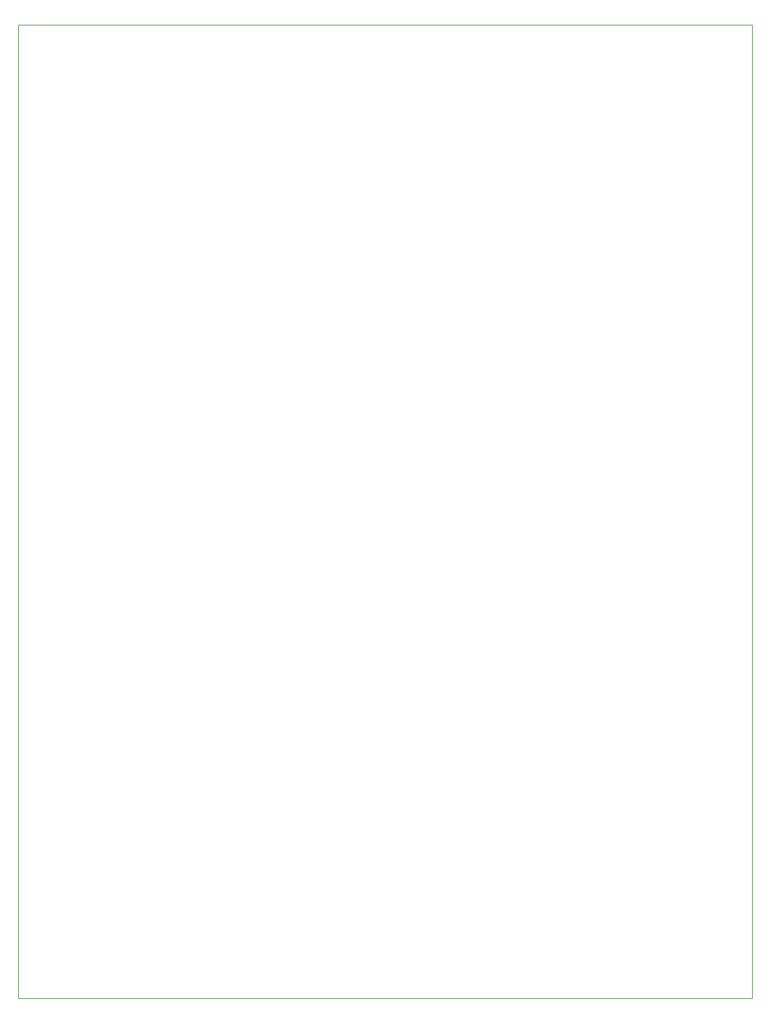
<source format=gbr>
G04 #@! TF.GenerationSoftware,KiCad,Pcbnew,5.1.5-52549c5~86~ubuntu18.04.1*
G04 #@! TF.CreationDate,2020-04-04T12:23:38+02:00*
G04 #@! TF.ProjectId,FPGC4IOboard,46504743-3449-44f6-926f-6172642e6b69,rev?*
G04 #@! TF.SameCoordinates,Original*
G04 #@! TF.FileFunction,Profile,NP*
%FSLAX46Y46*%
G04 Gerber Fmt 4.6, Leading zero omitted, Abs format (unit mm)*
G04 Created by KiCad (PCBNEW 5.1.5-52549c5~86~ubuntu18.04.1) date 2020-04-04 12:23:38*
%MOMM*%
%LPD*%
G04 APERTURE LIST*
%ADD10C,0.050000*%
G04 APERTURE END LIST*
D10*
X74930000Y-33020000D02*
X74930000Y-159385000D01*
X170180000Y-159385000D02*
X74930000Y-159385000D01*
X170180000Y-33020000D02*
X170180000Y-159385000D01*
X74930000Y-33020000D02*
X170180000Y-33020000D01*
M02*

</source>
